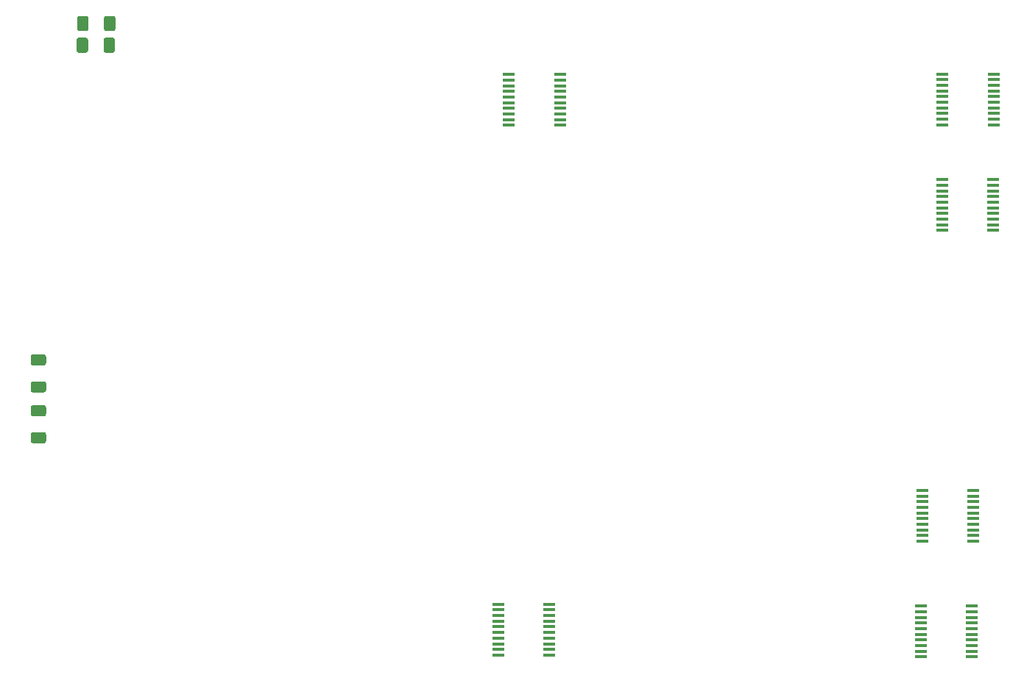
<source format=gbr>
%TF.GenerationSoftware,KiCad,Pcbnew,(5.1.9-0-10_14)*%
%TF.CreationDate,2021-06-18T00:48:09+02:00*%
%TF.ProjectId,V3,56332e6b-6963-4616-945f-706362585858,rev?*%
%TF.SameCoordinates,Original*%
%TF.FileFunction,Paste,Top*%
%TF.FilePolarity,Positive*%
%FSLAX46Y46*%
G04 Gerber Fmt 4.6, Leading zero omitted, Abs format (unit mm)*
G04 Created by KiCad (PCBNEW (5.1.9-0-10_14)) date 2021-06-18 00:48:09*
%MOMM*%
%LPD*%
G01*
G04 APERTURE LIST*
%ADD10R,1.475000X0.450000*%
G04 APERTURE END LIST*
%TO.C,R1*%
G36*
G01*
X102650000Y-57075000D02*
X102650000Y-58325000D01*
G75*
G02*
X102400000Y-58575000I-250000J0D01*
G01*
X101600000Y-58575000D01*
G75*
G02*
X101350000Y-58325000I0J250000D01*
G01*
X101350000Y-57075000D01*
G75*
G02*
X101600000Y-56825000I250000J0D01*
G01*
X102400000Y-56825000D01*
G75*
G02*
X102650000Y-57075000I0J-250000D01*
G01*
G37*
G36*
G01*
X99550000Y-57075000D02*
X99550000Y-58325000D01*
G75*
G02*
X99300000Y-58575000I-250000J0D01*
G01*
X98500000Y-58575000D01*
G75*
G02*
X98250000Y-58325000I0J250000D01*
G01*
X98250000Y-57075000D01*
G75*
G02*
X98500000Y-56825000I250000J0D01*
G01*
X99300000Y-56825000D01*
G75*
G02*
X99550000Y-57075000I0J-250000D01*
G01*
G37*
%TD*%
D10*
%TO.C,IC2*%
X147912001Y-63575001D03*
X147912001Y-64225001D03*
X147912001Y-64875001D03*
X147912001Y-65525001D03*
X147912001Y-66175001D03*
X147912001Y-66825001D03*
X147912001Y-67475001D03*
X147912001Y-68125001D03*
X147912001Y-68775001D03*
X147912001Y-69425001D03*
X153788001Y-69425001D03*
X153788001Y-68775001D03*
X153788001Y-68125001D03*
X153788001Y-67475001D03*
X153788001Y-66825001D03*
X153788001Y-66175001D03*
X153788001Y-65525001D03*
X153788001Y-64875001D03*
X153788001Y-64225001D03*
X153788001Y-63575001D03*
%TD*%
%TO.C,IC1*%
X203648001Y-63515001D03*
X203648001Y-64165001D03*
X203648001Y-64815001D03*
X203648001Y-65465001D03*
X203648001Y-66115001D03*
X203648001Y-66765001D03*
X203648001Y-67415001D03*
X203648001Y-68065001D03*
X203648001Y-68715001D03*
X203648001Y-69365001D03*
X197772001Y-69365001D03*
X197772001Y-68715001D03*
X197772001Y-68065001D03*
X197772001Y-67415001D03*
X197772001Y-66765001D03*
X197772001Y-66115001D03*
X197772001Y-65465001D03*
X197772001Y-64815001D03*
X197772001Y-64165001D03*
X197772001Y-63515001D03*
%TD*%
%TO.C,IC3*%
X197762000Y-75675000D03*
X197762000Y-76325000D03*
X197762000Y-76975000D03*
X197762000Y-77625000D03*
X197762000Y-78275000D03*
X197762000Y-78925000D03*
X197762000Y-79575000D03*
X197762000Y-80225000D03*
X197762000Y-80875000D03*
X197762000Y-81525000D03*
X203638000Y-81525000D03*
X203638000Y-80875000D03*
X203638000Y-80225000D03*
X203638000Y-79575000D03*
X203638000Y-78925000D03*
X203638000Y-78275000D03*
X203638000Y-77625000D03*
X203638000Y-76975000D03*
X203638000Y-76325000D03*
X203638000Y-75675000D03*
%TD*%
%TO.C,IC4*%
X195462000Y-117325000D03*
X195462000Y-116675000D03*
X195462000Y-116025000D03*
X195462000Y-115375000D03*
X195462000Y-114725000D03*
X195462000Y-114075000D03*
X195462000Y-113425000D03*
X195462000Y-112775000D03*
X195462000Y-112125000D03*
X195462000Y-111475000D03*
X201338000Y-111475000D03*
X201338000Y-112125000D03*
X201338000Y-112775000D03*
X201338000Y-113425000D03*
X201338000Y-114075000D03*
X201338000Y-114725000D03*
X201338000Y-115375000D03*
X201338000Y-116025000D03*
X201338000Y-116675000D03*
X201338000Y-117325000D03*
%TD*%
%TO.C,IC5*%
X152538000Y-130425000D03*
X152538000Y-129775000D03*
X152538000Y-129125000D03*
X152538000Y-128475000D03*
X152538000Y-127825000D03*
X152538000Y-127175000D03*
X152538000Y-126525000D03*
X152538000Y-125875000D03*
X152538000Y-125225000D03*
X152538000Y-124575000D03*
X146662000Y-124575000D03*
X146662000Y-125225000D03*
X146662000Y-125875000D03*
X146662000Y-126525000D03*
X146662000Y-127175000D03*
X146662000Y-127825000D03*
X146662000Y-128475000D03*
X146662000Y-129125000D03*
X146662000Y-129775000D03*
X146662000Y-130425000D03*
%TD*%
%TO.C,IC6*%
X195281999Y-130644999D03*
X195281999Y-129994999D03*
X195281999Y-129344999D03*
X195281999Y-128694999D03*
X195281999Y-128044999D03*
X195281999Y-127394999D03*
X195281999Y-126744999D03*
X195281999Y-126094999D03*
X195281999Y-125444999D03*
X195281999Y-124794999D03*
X201157999Y-124794999D03*
X201157999Y-125444999D03*
X201157999Y-126094999D03*
X201157999Y-126744999D03*
X201157999Y-127394999D03*
X201157999Y-128044999D03*
X201157999Y-128694999D03*
X201157999Y-129344999D03*
X201157999Y-129994999D03*
X201157999Y-130644999D03*
%TD*%
%TO.C,R2*%
G36*
G01*
X99500000Y-59575000D02*
X99500000Y-60825000D01*
G75*
G02*
X99250000Y-61075000I-250000J0D01*
G01*
X98450000Y-61075000D01*
G75*
G02*
X98200000Y-60825000I0J250000D01*
G01*
X98200000Y-59575000D01*
G75*
G02*
X98450000Y-59325000I250000J0D01*
G01*
X99250000Y-59325000D01*
G75*
G02*
X99500000Y-59575000I0J-250000D01*
G01*
G37*
G36*
G01*
X102600000Y-59575000D02*
X102600000Y-60825000D01*
G75*
G02*
X102350000Y-61075000I-250000J0D01*
G01*
X101550000Y-61075000D01*
G75*
G02*
X101300000Y-60825000I0J250000D01*
G01*
X101300000Y-59575000D01*
G75*
G02*
X101550000Y-59325000I250000J0D01*
G01*
X102350000Y-59325000D01*
G75*
G02*
X102600000Y-59575000I0J-250000D01*
G01*
G37*
%TD*%
%TO.C,R3*%
G36*
G01*
X93175000Y-95800000D02*
X94425000Y-95800000D01*
G75*
G02*
X94675000Y-96050000I0J-250000D01*
G01*
X94675000Y-96850000D01*
G75*
G02*
X94425000Y-97100000I-250000J0D01*
G01*
X93175000Y-97100000D01*
G75*
G02*
X92925000Y-96850000I0J250000D01*
G01*
X92925000Y-96050000D01*
G75*
G02*
X93175000Y-95800000I250000J0D01*
G01*
G37*
G36*
G01*
X93175000Y-98900000D02*
X94425000Y-98900000D01*
G75*
G02*
X94675000Y-99150000I0J-250000D01*
G01*
X94675000Y-99950000D01*
G75*
G02*
X94425000Y-100200000I-250000J0D01*
G01*
X93175000Y-100200000D01*
G75*
G02*
X92925000Y-99950000I0J250000D01*
G01*
X92925000Y-99150000D01*
G75*
G02*
X93175000Y-98900000I250000J0D01*
G01*
G37*
%TD*%
%TO.C,R4*%
G36*
G01*
X93175000Y-104750000D02*
X94425000Y-104750000D01*
G75*
G02*
X94675000Y-105000000I0J-250000D01*
G01*
X94675000Y-105800000D01*
G75*
G02*
X94425000Y-106050000I-250000J0D01*
G01*
X93175000Y-106050000D01*
G75*
G02*
X92925000Y-105800000I0J250000D01*
G01*
X92925000Y-105000000D01*
G75*
G02*
X93175000Y-104750000I250000J0D01*
G01*
G37*
G36*
G01*
X93175000Y-101650000D02*
X94425000Y-101650000D01*
G75*
G02*
X94675000Y-101900000I0J-250000D01*
G01*
X94675000Y-102700000D01*
G75*
G02*
X94425000Y-102950000I-250000J0D01*
G01*
X93175000Y-102950000D01*
G75*
G02*
X92925000Y-102700000I0J250000D01*
G01*
X92925000Y-101900000D01*
G75*
G02*
X93175000Y-101650000I250000J0D01*
G01*
G37*
%TD*%
M02*

</source>
